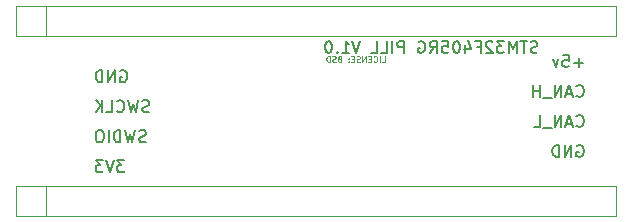
<source format=gbo>
G04 #@! TF.GenerationSoftware,KiCad,Pcbnew,(6.0.7-1)-1*
G04 #@! TF.CreationDate,2022-09-05T08:39:56-04:00*
G04 #@! TF.ProjectId,F405_pill,46343035-5f70-4696-9c6c-2e6b69636164,rev?*
G04 #@! TF.SameCoordinates,Original*
G04 #@! TF.FileFunction,Legend,Bot*
G04 #@! TF.FilePolarity,Positive*
%FSLAX46Y46*%
G04 Gerber Fmt 4.6, Leading zero omitted, Abs format (unit mm)*
G04 Created by KiCad (PCBNEW (6.0.7-1)-1) date 2022-09-05 08:39:56*
%MOMM*%
%LPD*%
G01*
G04 APERTURE LIST*
%ADD10C,0.150000*%
%ADD11C,0.080000*%
%ADD12C,0.120000*%
%ADD13C,1.524000*%
%ADD14C,0.700000*%
%ADD15O,2.100000X1.050000*%
G04 APERTURE END LIST*
D10*
X141776190Y-79704761D02*
X141633333Y-79752380D01*
X141395238Y-79752380D01*
X141300000Y-79704761D01*
X141252380Y-79657142D01*
X141204761Y-79561904D01*
X141204761Y-79466666D01*
X141252380Y-79371428D01*
X141300000Y-79323809D01*
X141395238Y-79276190D01*
X141585714Y-79228571D01*
X141680952Y-79180952D01*
X141728571Y-79133333D01*
X141776190Y-79038095D01*
X141776190Y-78942857D01*
X141728571Y-78847619D01*
X141680952Y-78800000D01*
X141585714Y-78752380D01*
X141347619Y-78752380D01*
X141204761Y-78800000D01*
X140919047Y-78752380D02*
X140347619Y-78752380D01*
X140633333Y-79752380D02*
X140633333Y-78752380D01*
X140014285Y-79752380D02*
X140014285Y-78752380D01*
X139680952Y-79466666D01*
X139347619Y-78752380D01*
X139347619Y-79752380D01*
X138966666Y-78752380D02*
X138347619Y-78752380D01*
X138680952Y-79133333D01*
X138538095Y-79133333D01*
X138442857Y-79180952D01*
X138395238Y-79228571D01*
X138347619Y-79323809D01*
X138347619Y-79561904D01*
X138395238Y-79657142D01*
X138442857Y-79704761D01*
X138538095Y-79752380D01*
X138823809Y-79752380D01*
X138919047Y-79704761D01*
X138966666Y-79657142D01*
X137966666Y-78847619D02*
X137919047Y-78800000D01*
X137823809Y-78752380D01*
X137585714Y-78752380D01*
X137490476Y-78800000D01*
X137442857Y-78847619D01*
X137395238Y-78942857D01*
X137395238Y-79038095D01*
X137442857Y-79180952D01*
X138014285Y-79752380D01*
X137395238Y-79752380D01*
X136633333Y-79228571D02*
X136966666Y-79228571D01*
X136966666Y-79752380D02*
X136966666Y-78752380D01*
X136490476Y-78752380D01*
X135680952Y-79085714D02*
X135680952Y-79752380D01*
X135919047Y-78704761D02*
X136157142Y-79419047D01*
X135538095Y-79419047D01*
X134966666Y-78752380D02*
X134871428Y-78752380D01*
X134776190Y-78800000D01*
X134728571Y-78847619D01*
X134680952Y-78942857D01*
X134633333Y-79133333D01*
X134633333Y-79371428D01*
X134680952Y-79561904D01*
X134728571Y-79657142D01*
X134776190Y-79704761D01*
X134871428Y-79752380D01*
X134966666Y-79752380D01*
X135061904Y-79704761D01*
X135109523Y-79657142D01*
X135157142Y-79561904D01*
X135204761Y-79371428D01*
X135204761Y-79133333D01*
X135157142Y-78942857D01*
X135109523Y-78847619D01*
X135061904Y-78800000D01*
X134966666Y-78752380D01*
X133728571Y-78752380D02*
X134204761Y-78752380D01*
X134252380Y-79228571D01*
X134204761Y-79180952D01*
X134109523Y-79133333D01*
X133871428Y-79133333D01*
X133776190Y-79180952D01*
X133728571Y-79228571D01*
X133680952Y-79323809D01*
X133680952Y-79561904D01*
X133728571Y-79657142D01*
X133776190Y-79704761D01*
X133871428Y-79752380D01*
X134109523Y-79752380D01*
X134204761Y-79704761D01*
X134252380Y-79657142D01*
X132680952Y-79752380D02*
X133014285Y-79276190D01*
X133252380Y-79752380D02*
X133252380Y-78752380D01*
X132871428Y-78752380D01*
X132776190Y-78800000D01*
X132728571Y-78847619D01*
X132680952Y-78942857D01*
X132680952Y-79085714D01*
X132728571Y-79180952D01*
X132776190Y-79228571D01*
X132871428Y-79276190D01*
X133252380Y-79276190D01*
X131728571Y-78800000D02*
X131823809Y-78752380D01*
X131966666Y-78752380D01*
X132109523Y-78800000D01*
X132204761Y-78895238D01*
X132252380Y-78990476D01*
X132300000Y-79180952D01*
X132300000Y-79323809D01*
X132252380Y-79514285D01*
X132204761Y-79609523D01*
X132109523Y-79704761D01*
X131966666Y-79752380D01*
X131871428Y-79752380D01*
X131728571Y-79704761D01*
X131680952Y-79657142D01*
X131680952Y-79323809D01*
X131871428Y-79323809D01*
X130490476Y-79752380D02*
X130490476Y-78752380D01*
X130109523Y-78752380D01*
X130014285Y-78800000D01*
X129966666Y-78847619D01*
X129919047Y-78942857D01*
X129919047Y-79085714D01*
X129966666Y-79180952D01*
X130014285Y-79228571D01*
X130109523Y-79276190D01*
X130490476Y-79276190D01*
X129490476Y-79752380D02*
X129490476Y-78752380D01*
X128538095Y-79752380D02*
X129014285Y-79752380D01*
X129014285Y-78752380D01*
X127728571Y-79752380D02*
X128204761Y-79752380D01*
X128204761Y-78752380D01*
X126776190Y-78752380D02*
X126442857Y-79752380D01*
X126109523Y-78752380D01*
X125252380Y-79752380D02*
X125823809Y-79752380D01*
X125538095Y-79752380D02*
X125538095Y-78752380D01*
X125633333Y-78895238D01*
X125728571Y-78990476D01*
X125823809Y-79038095D01*
X124823809Y-79657142D02*
X124776190Y-79704761D01*
X124823809Y-79752380D01*
X124871428Y-79704761D01*
X124823809Y-79657142D01*
X124823809Y-79752380D01*
X124157142Y-78752380D02*
X124061904Y-78752380D01*
X123966666Y-78800000D01*
X123919047Y-78847619D01*
X123871428Y-78942857D01*
X123823809Y-79133333D01*
X123823809Y-79371428D01*
X123871428Y-79561904D01*
X123919047Y-79657142D01*
X123966666Y-79704761D01*
X124061904Y-79752380D01*
X124157142Y-79752380D01*
X124252380Y-79704761D01*
X124300000Y-79657142D01*
X124347619Y-79561904D01*
X124395238Y-79371428D01*
X124395238Y-79133333D01*
X124347619Y-78942857D01*
X124300000Y-78847619D01*
X124252380Y-78800000D01*
X124157142Y-78752380D01*
X108626071Y-87264761D02*
X108483214Y-87312380D01*
X108245119Y-87312380D01*
X108149880Y-87264761D01*
X108102261Y-87217142D01*
X108054642Y-87121904D01*
X108054642Y-87026666D01*
X108102261Y-86931428D01*
X108149880Y-86883809D01*
X108245119Y-86836190D01*
X108435595Y-86788571D01*
X108530833Y-86740952D01*
X108578452Y-86693333D01*
X108626071Y-86598095D01*
X108626071Y-86502857D01*
X108578452Y-86407619D01*
X108530833Y-86360000D01*
X108435595Y-86312380D01*
X108197500Y-86312380D01*
X108054642Y-86360000D01*
X107721309Y-86312380D02*
X107483214Y-87312380D01*
X107292738Y-86598095D01*
X107102261Y-87312380D01*
X106864166Y-86312380D01*
X106483214Y-87312380D02*
X106483214Y-86312380D01*
X106245119Y-86312380D01*
X106102261Y-86360000D01*
X106007023Y-86455238D01*
X105959404Y-86550476D01*
X105911785Y-86740952D01*
X105911785Y-86883809D01*
X105959404Y-87074285D01*
X106007023Y-87169523D01*
X106102261Y-87264761D01*
X106245119Y-87312380D01*
X106483214Y-87312380D01*
X105483214Y-87312380D02*
X105483214Y-86312380D01*
X104816547Y-86312380D02*
X104626071Y-86312380D01*
X104530833Y-86360000D01*
X104435595Y-86455238D01*
X104387976Y-86645714D01*
X104387976Y-86979047D01*
X104435595Y-87169523D01*
X104530833Y-87264761D01*
X104626071Y-87312380D01*
X104816547Y-87312380D01*
X104911785Y-87264761D01*
X105007023Y-87169523D01*
X105054642Y-86979047D01*
X105054642Y-86645714D01*
X105007023Y-86455238D01*
X104911785Y-86360000D01*
X104816547Y-86312380D01*
X106816547Y-88852380D02*
X106197500Y-88852380D01*
X106530833Y-89233333D01*
X106387976Y-89233333D01*
X106292738Y-89280952D01*
X106245119Y-89328571D01*
X106197500Y-89423809D01*
X106197500Y-89661904D01*
X106245119Y-89757142D01*
X106292738Y-89804761D01*
X106387976Y-89852380D01*
X106673690Y-89852380D01*
X106768928Y-89804761D01*
X106816547Y-89757142D01*
X105911785Y-88852380D02*
X105578452Y-89852380D01*
X105245119Y-88852380D01*
X105007023Y-88852380D02*
X104387976Y-88852380D01*
X104721309Y-89233333D01*
X104578452Y-89233333D01*
X104483214Y-89280952D01*
X104435595Y-89328571D01*
X104387976Y-89423809D01*
X104387976Y-89661904D01*
X104435595Y-89757142D01*
X104483214Y-89804761D01*
X104578452Y-89852380D01*
X104864166Y-89852380D01*
X104959404Y-89804761D01*
X105007023Y-89757142D01*
X108911785Y-84724761D02*
X108768928Y-84772380D01*
X108530833Y-84772380D01*
X108435595Y-84724761D01*
X108387976Y-84677142D01*
X108340357Y-84581904D01*
X108340357Y-84486666D01*
X108387976Y-84391428D01*
X108435595Y-84343809D01*
X108530833Y-84296190D01*
X108721309Y-84248571D01*
X108816547Y-84200952D01*
X108864166Y-84153333D01*
X108911785Y-84058095D01*
X108911785Y-83962857D01*
X108864166Y-83867619D01*
X108816547Y-83820000D01*
X108721309Y-83772380D01*
X108483214Y-83772380D01*
X108340357Y-83820000D01*
X108007023Y-83772380D02*
X107768928Y-84772380D01*
X107578452Y-84058095D01*
X107387976Y-84772380D01*
X107149880Y-83772380D01*
X106197500Y-84677142D02*
X106245119Y-84724761D01*
X106387976Y-84772380D01*
X106483214Y-84772380D01*
X106626071Y-84724761D01*
X106721309Y-84629523D01*
X106768928Y-84534285D01*
X106816547Y-84343809D01*
X106816547Y-84200952D01*
X106768928Y-84010476D01*
X106721309Y-83915238D01*
X106626071Y-83820000D01*
X106483214Y-83772380D01*
X106387976Y-83772380D01*
X106245119Y-83820000D01*
X106197500Y-83867619D01*
X105292738Y-84772380D02*
X105768928Y-84772380D01*
X105768928Y-83772380D01*
X104959404Y-84772380D02*
X104959404Y-83772380D01*
X104387976Y-84772380D02*
X104816547Y-84200952D01*
X104387976Y-83772380D02*
X104959404Y-84343809D01*
X145140595Y-87620000D02*
X145235833Y-87572380D01*
X145378690Y-87572380D01*
X145521547Y-87620000D01*
X145616785Y-87715238D01*
X145664404Y-87810476D01*
X145712023Y-88000952D01*
X145712023Y-88143809D01*
X145664404Y-88334285D01*
X145616785Y-88429523D01*
X145521547Y-88524761D01*
X145378690Y-88572380D01*
X145283452Y-88572380D01*
X145140595Y-88524761D01*
X145092976Y-88477142D01*
X145092976Y-88143809D01*
X145283452Y-88143809D01*
X144664404Y-88572380D02*
X144664404Y-87572380D01*
X144092976Y-88572380D01*
X144092976Y-87572380D01*
X143616785Y-88572380D02*
X143616785Y-87572380D01*
X143378690Y-87572380D01*
X143235833Y-87620000D01*
X143140595Y-87715238D01*
X143092976Y-87810476D01*
X143045357Y-88000952D01*
X143045357Y-88143809D01*
X143092976Y-88334285D01*
X143140595Y-88429523D01*
X143235833Y-88524761D01*
X143378690Y-88572380D01*
X143616785Y-88572380D01*
X145664404Y-80571428D02*
X144902500Y-80571428D01*
X145283452Y-80952380D02*
X145283452Y-80190476D01*
X143950119Y-79952380D02*
X144426309Y-79952380D01*
X144473928Y-80428571D01*
X144426309Y-80380952D01*
X144331071Y-80333333D01*
X144092976Y-80333333D01*
X143997738Y-80380952D01*
X143950119Y-80428571D01*
X143902500Y-80523809D01*
X143902500Y-80761904D01*
X143950119Y-80857142D01*
X143997738Y-80904761D01*
X144092976Y-80952380D01*
X144331071Y-80952380D01*
X144426309Y-80904761D01*
X144473928Y-80857142D01*
X143569166Y-80285714D02*
X143331071Y-80952380D01*
X143092976Y-80285714D01*
X145092976Y-85937142D02*
X145140595Y-85984761D01*
X145283452Y-86032380D01*
X145378690Y-86032380D01*
X145521547Y-85984761D01*
X145616785Y-85889523D01*
X145664404Y-85794285D01*
X145712023Y-85603809D01*
X145712023Y-85460952D01*
X145664404Y-85270476D01*
X145616785Y-85175238D01*
X145521547Y-85080000D01*
X145378690Y-85032380D01*
X145283452Y-85032380D01*
X145140595Y-85080000D01*
X145092976Y-85127619D01*
X144712023Y-85746666D02*
X144235833Y-85746666D01*
X144807261Y-86032380D02*
X144473928Y-85032380D01*
X144140595Y-86032380D01*
X143807261Y-86032380D02*
X143807261Y-85032380D01*
X143235833Y-86032380D01*
X143235833Y-85032380D01*
X142997738Y-86127619D02*
X142235833Y-86127619D01*
X141521547Y-86032380D02*
X141997738Y-86032380D01*
X141997738Y-85032380D01*
X106483214Y-81280000D02*
X106578452Y-81232380D01*
X106721309Y-81232380D01*
X106864166Y-81280000D01*
X106959404Y-81375238D01*
X107007023Y-81470476D01*
X107054642Y-81660952D01*
X107054642Y-81803809D01*
X107007023Y-81994285D01*
X106959404Y-82089523D01*
X106864166Y-82184761D01*
X106721309Y-82232380D01*
X106626071Y-82232380D01*
X106483214Y-82184761D01*
X106435595Y-82137142D01*
X106435595Y-81803809D01*
X106626071Y-81803809D01*
X106007023Y-82232380D02*
X106007023Y-81232380D01*
X105435595Y-82232380D01*
X105435595Y-81232380D01*
X104959404Y-82232380D02*
X104959404Y-81232380D01*
X104721309Y-81232380D01*
X104578452Y-81280000D01*
X104483214Y-81375238D01*
X104435595Y-81470476D01*
X104387976Y-81660952D01*
X104387976Y-81803809D01*
X104435595Y-81994285D01*
X104483214Y-82089523D01*
X104578452Y-82184761D01*
X104721309Y-82232380D01*
X104959404Y-82232380D01*
D11*
X128614285Y-80526190D02*
X128852380Y-80526190D01*
X128852380Y-80026190D01*
X128447619Y-80526190D02*
X128447619Y-80026190D01*
X127923809Y-80478571D02*
X127947619Y-80502380D01*
X128019047Y-80526190D01*
X128066666Y-80526190D01*
X128138095Y-80502380D01*
X128185714Y-80454761D01*
X128209523Y-80407142D01*
X128233333Y-80311904D01*
X128233333Y-80240476D01*
X128209523Y-80145238D01*
X128185714Y-80097619D01*
X128138095Y-80050000D01*
X128066666Y-80026190D01*
X128019047Y-80026190D01*
X127947619Y-80050000D01*
X127923809Y-80073809D01*
X127709523Y-80264285D02*
X127542857Y-80264285D01*
X127471428Y-80526190D02*
X127709523Y-80526190D01*
X127709523Y-80026190D01*
X127471428Y-80026190D01*
X127257142Y-80526190D02*
X127257142Y-80026190D01*
X126971428Y-80526190D01*
X126971428Y-80026190D01*
X126757142Y-80502380D02*
X126685714Y-80526190D01*
X126566666Y-80526190D01*
X126519047Y-80502380D01*
X126495238Y-80478571D01*
X126471428Y-80430952D01*
X126471428Y-80383333D01*
X126495238Y-80335714D01*
X126519047Y-80311904D01*
X126566666Y-80288095D01*
X126661904Y-80264285D01*
X126709523Y-80240476D01*
X126733333Y-80216666D01*
X126757142Y-80169047D01*
X126757142Y-80121428D01*
X126733333Y-80073809D01*
X126709523Y-80050000D01*
X126661904Y-80026190D01*
X126542857Y-80026190D01*
X126471428Y-80050000D01*
X126257142Y-80264285D02*
X126090476Y-80264285D01*
X126019047Y-80526190D02*
X126257142Y-80526190D01*
X126257142Y-80026190D01*
X126019047Y-80026190D01*
X125804761Y-80478571D02*
X125780952Y-80502380D01*
X125804761Y-80526190D01*
X125828571Y-80502380D01*
X125804761Y-80478571D01*
X125804761Y-80526190D01*
X125804761Y-80216666D02*
X125780952Y-80240476D01*
X125804761Y-80264285D01*
X125828571Y-80240476D01*
X125804761Y-80216666D01*
X125804761Y-80264285D01*
X125019047Y-80264285D02*
X124947619Y-80288095D01*
X124923809Y-80311904D01*
X124900000Y-80359523D01*
X124900000Y-80430952D01*
X124923809Y-80478571D01*
X124947619Y-80502380D01*
X124995238Y-80526190D01*
X125185714Y-80526190D01*
X125185714Y-80026190D01*
X125019047Y-80026190D01*
X124971428Y-80050000D01*
X124947619Y-80073809D01*
X124923809Y-80121428D01*
X124923809Y-80169047D01*
X124947619Y-80216666D01*
X124971428Y-80240476D01*
X125019047Y-80264285D01*
X125185714Y-80264285D01*
X124709523Y-80502380D02*
X124638095Y-80526190D01*
X124519047Y-80526190D01*
X124471428Y-80502380D01*
X124447619Y-80478571D01*
X124423809Y-80430952D01*
X124423809Y-80383333D01*
X124447619Y-80335714D01*
X124471428Y-80311904D01*
X124519047Y-80288095D01*
X124614285Y-80264285D01*
X124661904Y-80240476D01*
X124685714Y-80216666D01*
X124709523Y-80169047D01*
X124709523Y-80121428D01*
X124685714Y-80073809D01*
X124661904Y-80050000D01*
X124614285Y-80026190D01*
X124495238Y-80026190D01*
X124423809Y-80050000D01*
X124209523Y-80526190D02*
X124209523Y-80026190D01*
X124090476Y-80026190D01*
X124019047Y-80050000D01*
X123971428Y-80097619D01*
X123947619Y-80145238D01*
X123923809Y-80240476D01*
X123923809Y-80311904D01*
X123947619Y-80407142D01*
X123971428Y-80454761D01*
X124019047Y-80502380D01*
X124090476Y-80526190D01*
X124209523Y-80526190D01*
D10*
X145092976Y-83397142D02*
X145140595Y-83444761D01*
X145283452Y-83492380D01*
X145378690Y-83492380D01*
X145521547Y-83444761D01*
X145616785Y-83349523D01*
X145664404Y-83254285D01*
X145712023Y-83063809D01*
X145712023Y-82920952D01*
X145664404Y-82730476D01*
X145616785Y-82635238D01*
X145521547Y-82540000D01*
X145378690Y-82492380D01*
X145283452Y-82492380D01*
X145140595Y-82540000D01*
X145092976Y-82587619D01*
X144712023Y-83206666D02*
X144235833Y-83206666D01*
X144807261Y-83492380D02*
X144473928Y-82492380D01*
X144140595Y-83492380D01*
X143807261Y-83492380D02*
X143807261Y-82492380D01*
X143235833Y-83492380D01*
X143235833Y-82492380D01*
X142997738Y-83587619D02*
X142235833Y-83587619D01*
X141997738Y-83492380D02*
X141997738Y-82492380D01*
X141997738Y-82968571D02*
X141426309Y-82968571D01*
X141426309Y-83492380D02*
X141426309Y-82492380D01*
D12*
X97617000Y-93567000D02*
X148417000Y-93567000D01*
X148417000Y-93567000D02*
X148417000Y-91027000D01*
X148417000Y-91027000D02*
X97617000Y-91027000D01*
X97617000Y-91027000D02*
X97617000Y-93567000D01*
X97617000Y-78327000D02*
X100157000Y-78327000D01*
X100157000Y-78327000D02*
X100157000Y-75787000D01*
X100157000Y-75787000D02*
X97617000Y-75787000D01*
X97617000Y-75787000D02*
X97617000Y-78327000D01*
X97617000Y-78327000D02*
X148417000Y-78327000D01*
X148417000Y-78327000D02*
X148417000Y-75787000D01*
X148417000Y-75787000D02*
X97617000Y-75787000D01*
X97617000Y-75787000D02*
X97617000Y-78327000D01*
X97617000Y-93567000D02*
X100157000Y-93567000D01*
X100157000Y-93567000D02*
X100157000Y-91027000D01*
X100157000Y-91027000D02*
X97617000Y-91027000D01*
X97617000Y-91027000D02*
X97617000Y-93567000D01*
%LPC*%
D13*
X146982000Y-88222000D03*
X146982000Y-85682000D03*
X146982000Y-83142000D03*
X146982000Y-80602000D03*
X129800000Y-84130000D03*
X129800000Y-86670000D03*
X130070000Y-89300000D03*
X127530000Y-89300000D03*
X147147000Y-77057000D03*
X144607000Y-77057000D03*
X142067000Y-77057000D03*
X139527000Y-77057000D03*
X136987000Y-77057000D03*
X134447000Y-77057000D03*
X131907000Y-77057000D03*
X129367000Y-77057000D03*
X126827000Y-77057000D03*
X124287000Y-77057000D03*
X121747000Y-77057000D03*
X119207000Y-77057000D03*
X116667000Y-77057000D03*
X114127000Y-77057000D03*
X111587000Y-77057000D03*
X109047000Y-77057000D03*
X106507000Y-77057000D03*
X103967000Y-77057000D03*
X101427000Y-77057000D03*
X98887000Y-77057000D03*
X98887000Y-92297000D03*
X101427000Y-92297000D03*
X103967000Y-92297000D03*
X106507000Y-92297000D03*
X109047000Y-92297000D03*
X111587000Y-92297000D03*
X114103395Y-92306993D03*
X116667000Y-92297000D03*
X119207000Y-92297000D03*
X121747000Y-92297000D03*
X124287000Y-92297000D03*
X126827000Y-92297000D03*
X129367000Y-92297000D03*
X131907000Y-92297000D03*
X134447000Y-92297000D03*
X136987000Y-92297000D03*
X139527000Y-92297000D03*
X142067000Y-92297000D03*
X144607000Y-92297000D03*
X147147000Y-92297000D03*
X102882000Y-81502000D03*
X102882000Y-84042000D03*
X102882000Y-86582000D03*
X102882000Y-89122000D03*
D14*
X99332000Y-87602000D03*
X99332000Y-81822000D03*
D15*
X99862000Y-80392000D03*
X99862000Y-89032000D03*
X95682000Y-80392000D03*
X95682000Y-89032000D03*
M02*

</source>
